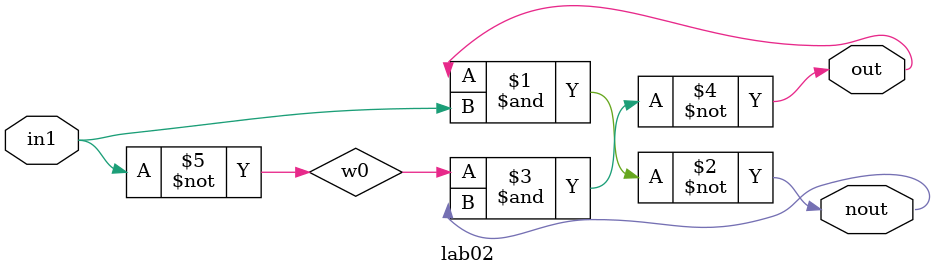
<source format=v>
module lab02(in1, out, nout);

input in1;
output out;
output nout;

wire w0;


not(w0, in1);
nand(nout, out, in1);
nand(out, w0, nout);

endmodule

</source>
